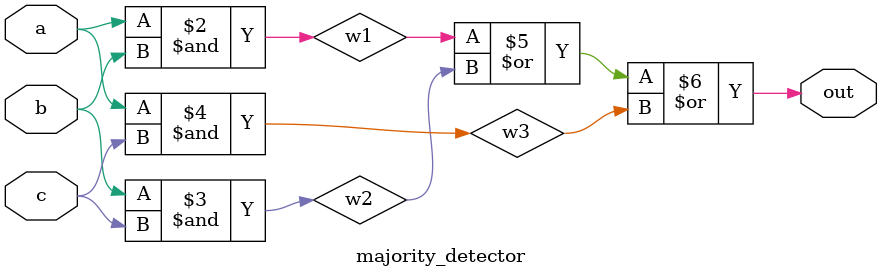
<source format=v>
module majority_detector(a,b,c,out);
  input a,b,c; //a,b, and c are inputs of majority detector
  output reg out; //out is output of majority detector
  
  reg w1,w2,w3;
  
  always@(*)
    begin
      w1 = a&b;
      w2 = b&c;
      w3 = a&c;
      out = w1|w2|w3;
    end
endmodule
</source>
